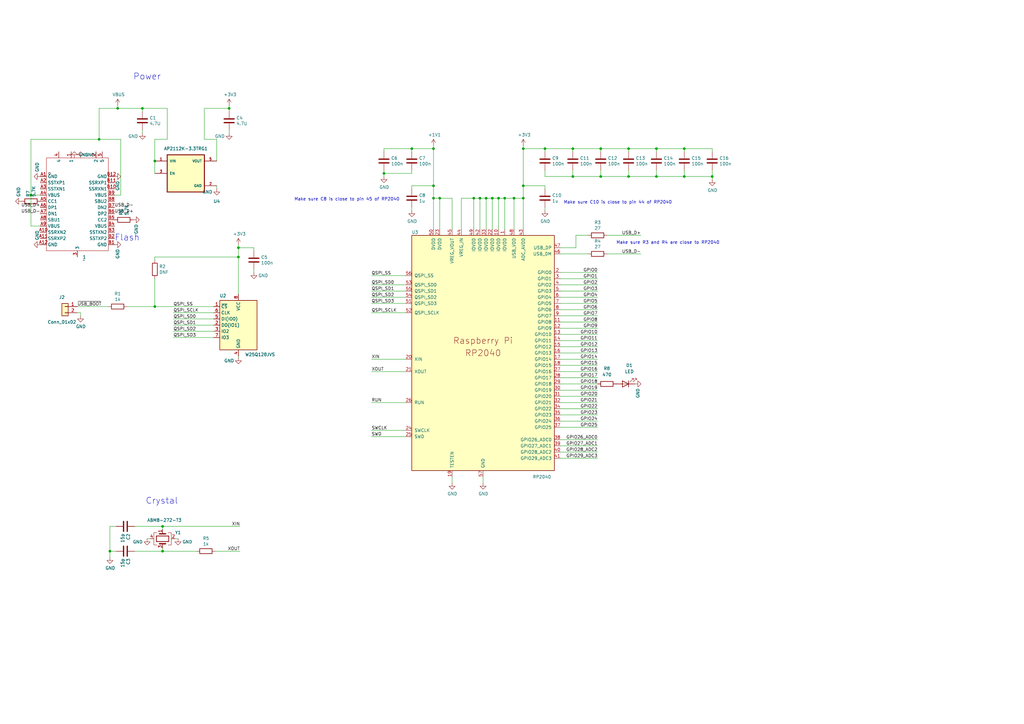
<source format=kicad_sch>
(kicad_sch (version 20250114) (generator "eeschema") (generator_version "9.0")
  (paper "A3")
  (title_block (title "RP2040 Minimal Design Example") (date "2024-01-16") (rev "REV2") (company "Raspberry Pi Ltd"))
  (lib_symbols
    (symbol "AP2112K-3.3TRG1:AP2112K-3.3TRG1" (pin_names (offset 1.016))
      (property "Reference" "U" (at -7.663 8.6476 0))
      (property "Value" "AP2112K-3.3TRG1" (at -7.6489 -11.6507 0))
      (symbol "AP2112K-3.3TRG1_0_0"
        (rectangle (start -7.62 -7.62) (end 7.62 7.62) (stroke (width 0.41)) (fill (type background)))
        (pin power_in line (at -12.7 5.08 0) (length 5.08) (name "VIN") (number "1"))
        (pin input line (at -12.7 0 0) (length 5.08) (name "EN") (number "3"))
        (pin power_in line (at 12.7 5.08 180) (length 5.08) (name "VOUT") (number "5"))
        (pin power_in line (at 12.7 -5.08 180) (length 5.08) (name "GND") (number "2"))
      )
    )
    (symbol "Connector_Generic:Conn_01x02" (pin_names (offset 1.016) (hide yes))
      (property "Reference" "J" (at 0 2.54 0))
      (property "Value" "Conn_01x02" (at 0 -5.08 0))
      (symbol "Conn_01x02_1_1"
        (rectangle (start -1.27 1.27) (end 1.27 -3.81) (stroke (width 0.254)) (fill (type background)))
        (rectangle (start -1.27 0.127) (end 0 -0.127) (stroke (width 0.1524)))
        (rectangle (start -1.27 -2.413) (end 0 -2.667) (stroke (width 0.1524)))
        (pin passive line (at -5.08 0 0) (length 3.81) (name "Pin_1") (number "1"))
        (pin passive line (at -5.08 -2.54 0) (length 3.81) (name "Pin_2") (number "2"))
      )
    )
    (symbol "Device:C" (pin_numbers (hide yes)) (pin_names (offset 0.254))
      (property "Reference" "C" (at 0.635 2.54 0))
      (property "Value" "C" (at 0.635 -2.54 0))
      (symbol "C_0_1"
        (polyline (pts (xy -2.032 0.762) (xy 2.032 0.762)) (stroke (width 0.508)))
        (polyline (pts (xy -2.032 -0.762) (xy 2.032 -0.762)) (stroke (width 0.508)))
      )
      (symbol "C_1_1"
        (pin passive line (at 0 3.81 270) (length 2.794) (name "~") (number "1"))
        (pin passive line (at 0 -3.81 90) (length 2.794) (name "~") (number "2"))
      )
    )
    (symbol "Device:Crystal_GND24" (pin_names (offset 1.016) (hide yes))
      (property "Reference" "Y" (at 3.175 5.08 0))
      (property "Value" "Crystal_GND24" (at 3.175 3.175 0))
      (symbol "Crystal_GND24_0_1"
        (polyline (pts (xy -2.54 2.286) (xy -2.54 3.556) (xy 2.54 3.556) (xy 2.54 2.286)))
        (polyline (pts (xy -2.54 0) (xy -2.032 0)))
        (polyline (pts (xy -2.54 -2.286) (xy -2.54 -3.556) (xy 2.54 -3.556) (xy 2.54 -2.286)))
        (polyline (pts (xy -2.032 -1.27) (xy -2.032 1.27)) (stroke (width 0.508)))
        (rectangle (start -1.143 2.54) (end 1.143 -2.54) (stroke (width 0.3048)))
        (polyline (pts (xy 0 3.556) (xy 0 3.81)))
        (polyline (pts (xy 0 -3.81) (xy 0 -3.556)))
        (polyline (pts (xy 2.032 0) (xy 2.54 0)))
        (polyline (pts (xy 2.032 -1.27) (xy 2.032 1.27)) (stroke (width 0.508)))
      )
      (symbol "Crystal_GND24_1_1"
        (pin passive line (at -3.81 0 0) (length 1.27) (name "1") (number "1"))
        (pin passive line (at 0 5.08 270) (length 1.27) (name "2") (number "2"))
        (pin passive line (at 0 -5.08 90) (length 1.27) (name "4") (number "4"))
        (pin passive line (at 3.81 0 180) (length 1.27) (name "3") (number "3"))
      )
    )
    (symbol "Device:LED" (pin_numbers (hide yes)) (pin_names (offset 1.016) (hide yes))
      (property "Reference" "D" (at 0 2.54 0))
      (property "Value" "LED" (at 0 -2.54 0))
      (symbol "LED_0_1"
        (polyline (pts (xy -3.048 -0.762) (xy -4.572 -2.286) (xy -3.81 -2.286) (xy -4.572 -2.286) (xy -4.572 -1.524)))
        (polyline (pts (xy -1.778 -0.762) (xy -3.302 -2.286) (xy -2.54 -2.286) (xy -3.302 -2.286) (xy -3.302 -1.524)))
        (polyline (pts (xy -1.27 0) (xy 1.27 0)))
        (polyline (pts (xy -1.27 -1.27) (xy -1.27 1.27)) (stroke (width 0.254)))
        (polyline (pts (xy 1.27 -1.27) (xy 1.27 1.27) (xy -1.27 0) (xy 1.27 -1.27)) (stroke (width 0.254)))
      )
      (symbol "LED_1_1"
        (pin passive line (at -3.81 0 0) (length 2.54) (name "K") (number "1"))
        (pin passive line (at 3.81 0 180) (length 2.54) (name "A") (number "2"))
      )
    )
    (symbol "Device:R" (pin_numbers (hide yes)) (pin_names (offset 0))
      (property "Reference" "R" (at 2.032 0 90))
      (property "Value" "R" (at 0 0 90))
      (symbol "R_0_1"
        (rectangle (start -1.016 -2.54) (end 1.016 2.54) (stroke (width 0.254)))
      )
      (symbol "R_1_1"
        (pin passive line (at 0 3.81 270) (length 1.27) (name "~") (number "1"))
        (pin passive line (at 0 -3.81 90) (length 1.27) (name "~") (number "2"))
      )
    )
    (symbol "MCU_RaspberryPi_RP2040:RP2040" (pin_names (offset 1.016))
      (property "Reference" "U" (at -29.21 49.53 0))
      (property "Value" "RP2040" (at 24.13 -49.53 0))
      (symbol "RP2040_0_0"
        (text "Raspberry Pi" (at 0 5.08 0) (effects (font (size 2.54 2.54))))
        (text "RP2040" (at 0 0 0) (effects (font (size 2.54 2.54))))
      )
      (symbol "RP2040_0_1"
        (rectangle (start 29.21 48.26) (end -29.21 -48.26) (stroke (width 0.254)) (fill (type background)))
      )
      (symbol "RP2040_1_1"
        (pin bidirectional line (at -31.75 31.75 0) (length 2.54) (name "QSPI_SS") (number "56"))
        (pin bidirectional line (at -31.75 27.94 0) (length 2.54) (name "QSPI_SD0") (number "53"))
        (pin bidirectional line (at -31.75 25.4 0) (length 2.54) (name "QSPI_SD1") (number "55"))
        (pin bidirectional line (at -31.75 22.86 0) (length 2.54) (name "QSPI_SD2") (number "54"))
        (pin bidirectional line (at -31.75 20.32 0) (length 2.54) (name "QSPI_SD3") (number "51"))
        (pin output line (at -31.75 16.51 0) (length 2.54) (name "QSPI_SCLK") (number "52"))
        (pin input line (at -31.75 -2.54 0) (length 2.54) (name "XIN") (number "20"))
        (pin passive line (at -31.75 -7.62 0) (length 2.54) (name "XOUT") (number "21"))
        (pin input line (at -31.75 -20.32 0) (length 2.54) (name "RUN") (number "26"))
        (pin output line (at -31.75 -31.75 0) (length 2.54) (name "SWCLK") (number "24"))
        (pin bidirectional line (at -31.75 -34.29 0) (length 2.54) (name "SWD") (number "25"))
        (pin power_in line (at -20.32 50.8 270) (length 2.54) (name "DVDD") (number "50"))
        (pin power_in line (at -17.78 50.8 270) (length 2.54) (name "DVDD") (number "23"))
        (pin power_out line (at -12.7 50.8 270) (length 2.54) (name "VREG_VOUT") (number "45"))
        (pin passive line (at -12.7 -50.8 90) (length 2.54) (name "TESTEN") (number "19"))
        (pin power_in line (at -8.89 50.8 270) (length 2.54) (name "VREG_IN") (number "44"))
        (pin power_in line (at -3.81 50.8 270) (length 2.54) (name "IOVDD") (number "49"))
        (pin power_in line (at -1.27 50.8 270) (length 2.54) (name "IOVDD") (number "42"))
        (pin power_in line (at 0 -50.8 90) (length 2.54) (name "GND") (number "57"))
        (pin power_in line (at 1.27 50.8 270) (length 2.54) (name "IOVDD") (number "33"))
        (pin power_in line (at 3.81 50.8 270) (length 2.54) (name "IOVDD") (number "22"))
        (pin power_in line (at 6.35 50.8 270) (length 2.54) (name "IOVDD") (number "10"))
        (pin power_in line (at 8.89 50.8 270) (length 2.54) (name "IOVDD") (number "1"))
        (pin power_in line (at 12.7 50.8 270) (length 2.54) (name "USB_VDD") (number "48"))
        (pin power_in line (at 16.51 50.8 270) (length 2.54) (name "ADC_AVDD") (number "43"))
        (pin bidirectional line (at 31.75 43.18 180) (length 2.54) (name "USB_DP") (number "47"))
        (pin bidirectional line (at 31.75 40.64 180) (length 2.54) (name "USB_DM") (number "46"))
        (pin bidirectional line (at 31.75 33.02 180) (length 2.54) (name "GPIO0") (number "2"))
        (pin bidirectional line (at 31.75 30.48 180) (length 2.54) (name "GPIO1") (number "3"))
        (pin bidirectional line (at 31.75 27.94 180) (length 2.54) (name "GPIO2") (number "4"))
        (pin bidirectional line (at 31.75 25.4 180) (length 2.54) (name "GPIO3") (number "5"))
        (pin bidirectional line (at 31.75 22.86 180) (length 2.54) (name "GPIO4") (number "6"))
        (pin bidirectional line (at 31.75 20.32 180) (length 2.54) (name "GPIO5") (number "7"))
        (pin bidirectional line (at 31.75 17.78 180) (length 2.54) (name "GPIO6") (number "8"))
        (pin bidirectional line (at 31.75 15.24 180) (length 2.54) (name "GPIO7") (number "9"))
        (pin bidirectional line (at 31.75 12.7 180) (length 2.54) (name "GPIO8") (number "11"))
        (pin bidirectional line (at 31.75 10.16 180) (length 2.54) (name "GPIO9") (number "12"))
        (pin bidirectional line (at 31.75 7.62 180) (length 2.54) (name "GPIO10") (number "13"))
        (pin bidirectional line (at 31.75 5.08 180) (length 2.54) (name "GPIO11") (number "14"))
        (pin bidirectional line (at 31.75 2.54 180) (length 2.54) (name "GPIO12") (number "15"))
        (pin bidirectional line (at 31.75 0 180) (length 2.54) (name "GPIO13") (number "16"))
        (pin bidirectional line (at 31.75 -2.54 180) (length 2.54) (name "GPIO14") (number "17"))
        (pin bidirectional line (at 31.75 -5.08 180) (length 2.54) (name "GPIO15") (number "18"))
        (pin bidirectional line (at 31.75 -7.62 180) (length 2.54) (name "GPIO16") (number "27"))
        (pin bidirectional line (at 31.75 -10.16 180) (length 2.54) (name "GPIO17") (number "28"))
        (pin bidirectional line (at 31.75 -12.7 180) (length 2.54) (name "GPIO18") (number "29"))
        (pin bidirectional line (at 31.75 -15.24 180) (length 2.54) (name "GPIO19") (number "30"))
        (pin bidirectional line (at 31.75 -17.78 180) (length 2.54) (name "GPIO20") (number "31"))
        (pin bidirectional line (at 31.75 -20.32 180) (length 2.54) (name "GPIO21") (number "32"))
        (pin bidirectional line (at 31.75 -22.86 180) (length 2.54) (name "GPIO22") (number "34"))
        (pin bidirectional line (at 31.75 -25.4 180) (length 2.54) (name "GPIO23") (number "35"))
        (pin bidirectional line (at 31.75 -27.94 180) (length 2.54) (name "GPIO24") (number "36"))
        (pin bidirectional line (at 31.75 -30.48 180) (length 2.54) (name "GPIO25") (number "37"))
        (pin bidirectional line (at 31.75 -35.56 180) (length 2.54) (name "GPIO26_ADC0") (number "38"))
        (pin bidirectional line (at 31.75 -38.1 180) (length 2.54) (name "GPIO27_ADC1") (number "39"))
        (pin bidirectional line (at 31.75 -40.64 180) (length 2.54) (name "GPIO28_ADC2") (number "40"))
        (pin bidirectional line (at 31.75 -43.18 180) (length 2.54) (name "GPIO29_ADC3") (number "41"))
      )
    )
    (symbol "Memory_Flash:W25Q128JVS"
      (property "Reference" "U" (at -8.89 8.89 0))
      (property "Value" "W25Q128JVS" (at 7.62 8.89 0))
      (symbol "W25Q128JVS_0_1"
        (rectangle (start -7.62 10.16) (end 7.62 -10.16) (stroke (width 0.254)) (fill (type background)))
      )
      (symbol "W25Q128JVS_1_1"
        (pin input line (at -10.16 7.62 0) (length 2.54) (name "~{CS}") (number "1"))
        (pin input line (at -10.16 5.08 0) (length 2.54) (name "CLK") (number "6"))
        (pin bidirectional line (at -10.16 2.54 0) (length 2.54) (name "DI(IO0)") (number "5"))
        (pin bidirectional line (at -10.16 0 0) (length 2.54) (name "DO(IO1)") (number "2"))
        (pin bidirectional line (at -10.16 -2.54 0) (length 2.54) (name "IO2") (number "3"))
        (pin bidirectional line (at -10.16 -5.08 0) (length 2.54) (name "IO3") (number "7"))
        (pin power_in line (at 0 12.7 270) (length 2.54) (name "VCC") (number "8"))
        (pin power_in line (at 0 -12.7 90) (length 2.54) (name "GND") (number "4"))
      )
    )
    (symbol "VertUSBC:root_0_TYPE-C-31-G-09_"
      (symbol "root_0_TYPE-C-31-G-09__1_0"
        (rectangle (start -15.24 17.78) (end 10.16 -20.32) (stroke (width 0) (color 160 0 0 1)))
        (circle (center -13.97 11.43) (radius 0.381) (stroke (width 0) (color 0 0 0 1)))
        (pin passive line (at -17.78 10.16 0) (length 2.54) (name "GND") (number "A1"))
        (pin passive line (at -17.78 7.62 0) (length 2.54) (name "SSTXP1") (number "A2"))
        (pin passive line (at -17.78 5.08 0) (length 2.54) (name "SSTXN1") (number "A3"))
        (pin passive line (at -17.78 2.54 0) (length 2.54) (name "VBUS") (number "A4"))
        (pin passive line (at -17.78 0 0) (length 2.54) (name "CC1") (number "A5"))
        (pin passive line (at -17.78 -2.54 0) (length 2.54) (name "DP1") (number "A6"))
        (pin passive line (at -17.78 -5.08 0) (length 2.54) (name "DN1") (number "A7"))
        (pin passive line (at -17.78 -7.62 0) (length 2.54) (name "SBU1") (number "A8"))
        (pin passive line (at -17.78 -10.16 0) (length 2.54) (name "VBUS") (number "A9"))
        (pin passive line (at -17.78 -12.7 0) (length 2.54) (name "SSRXN2") (number "A10"))
        (pin passive line (at -17.78 -15.24 0) (length 2.54) (name "SSRXP2") (number "A11"))
        (pin passive line (at -17.78 -17.78 0) (length 2.54) (name "GND") (number "A12"))
        (pin passive line (at -10.16 20.32 270) (length 2.54) (name "4") (number "4"))
        (pin passive line (at -5.08 20.32 270) (length 2.54) (name "1") (number "1"))
        (pin passive line (at -2.54 -22.86 90) (length 2.54) (name "3") (number "3"))
        (pin passive line (at 5.08 20.32 270) (length 2.54) (name "2") (number "2"))
        (pin passive line (at 7.62 20.32 270) (length 2.54) (name "5") (number "5"))
        (pin passive line (at 12.7 10.16 180) (length 2.54) (name "GND") (number "B12"))
        (pin passive line (at 12.7 7.62 180) (length 2.54) (name "SSRXP1") (number "B11"))
        (pin passive line (at 12.7 5.08 180) (length 2.54) (name "SSRXN1") (number "B10"))
        (pin passive line (at 12.7 2.54 180) (length 2.54) (name "VBUS") (number "B9"))
        (pin passive line (at 12.7 0 180) (length 2.54) (name "SBU2") (number "B8"))
        (pin passive line (at 12.7 -2.54 180) (length 2.54) (name "DN2") (number "B7"))
        (pin passive line (at 12.7 -5.08 180) (length 2.54) (name "DP2") (number "B6"))
        (pin passive line (at 12.7 -7.62 180) (length 2.54) (name "CC2") (number "B5"))
        (pin passive line (at 12.7 -10.16 180) (length 2.54) (name "VBUS") (number "B4"))
        (pin passive line (at 12.7 -12.7 180) (length 2.54) (name "SSTXN2") (number "B3"))
        (pin passive line (at 12.7 -15.24 180) (length 2.54) (name "SSTXP2") (number "B2"))
        (pin passive line (at 12.7 -17.78 180) (length 2.54) (name "GND") (number "B1"))
      )
    )
    (symbol "power:+1V1" (power) (pin_names (offset 0))
      (property "Value" "+1V1" (at 0 3.556 0))
      (symbol "+1V1_0_1"
        (polyline (pts (xy -0.762 1.27) (xy 0 2.54)))
        (polyline (pts (xy 0 2.54) (xy 0.762 1.27)))
        (polyline (pts (xy 0 0) (xy 0 2.54)))
      )
      (symbol "+1V1_1_1"
        (pin power_in line (at 0 0 90) (length 0) (hide yes) (name "+1V1") (number "1"))
      )
    )
    (symbol "power:+3V3" (power) (pin_names (offset 0))
      (property "Value" "+3V3" (at 0 3.556 0))
      (symbol "+3V3_0_1"
        (polyline (pts (xy -0.762 1.27) (xy 0 2.54)))
        (polyline (pts (xy 0 2.54) (xy 0.762 1.27)))
        (polyline (pts (xy 0 0) (xy 0 2.54)))
      )
      (symbol "+3V3_1_1"
        (pin power_in line (at 0 0 90) (length 0) (hide yes) (name "+3V3") (number "1"))
      )
    )
    (symbol "power:GND" (power) (pin_names (offset 0))
      (property "Value" "GND" (at 0 -3.81 0))
      (symbol "GND_0_1"
        (polyline (pts (xy 0 0) (xy 0 -1.27) (xy 1.27 -1.27) (xy 0 -2.54) (xy -1.27 -1.27) (xy 0 -1.27)))
      )
      (symbol "GND_1_1"
        (pin power_in line (at 0 0 270) (length 0) (hide yes) (name "GND") (number "1"))
      )
    )
    (symbol "power:VBUS" (power) (pin_names (offset 0))
      (property "Value" "VBUS" (at 0 3.81 0))
      (symbol "VBUS_0_1"
        (polyline (pts (xy -0.762 1.27) (xy 0 2.54)))
        (polyline (pts (xy 0 2.54) (xy 0.762 1.27)))
        (polyline (pts (xy 0 0) (xy 0 2.54)))
      )
      (symbol "VBUS_1_1"
        (pin power_in line (at 0 0 90) (length 0) (hide yes) (name "VBUS") (number "1"))
      )
    )
  )
  (text "Power" (at 54.61 33.02 0) (effects (font (size 2.54 2.54)) (justify left bottom)))
  (text "Crystal" (at 59.69 207.01 0) (effects (font (size 2.54 2.54)) (justify left bottom)))
  (text "Make sure C8 is close to pin 45 of RP2040" (at 120.65 82.55 0) (effects (font (size 1.27 1.27)) (justify left bottom)))
  (text "Make sure C10 is close to pin 44 of RP2040" (at 231.14 83.82 0) (effects (font (size 1.27 1.27)) (justify left bottom)))
  (text "Make sure R3 and R4 are close to RP2040" (at 252.73 100.33 0) (effects (font (size 1.27 1.27)) (justify left bottom)))
  (text "Flash" (at 46.99 99.06 0) (effects (font (size 2.54 2.54)) (justify left bottom)))
  (junction (at 201.93 81.28))
  (junction (at 199.39 81.28))
  (junction (at 97.79 105.41))
  (junction (at 63.5 66.04))
  (junction (at 177.8 76.2))
  (junction (at 214.63 76.2))
  (junction (at 168.91 60.96))
  (junction (at 12.7 80.01))
  (junction (at 45.085 226.06))
  (junction (at 223.52 60.96))
  (junction (at 246.38 72.39))
  (junction (at 257.81 60.96))
  (junction (at 66.675 215.9))
  (junction (at 246.38 60.96))
  (junction (at 177.8 81.28))
  (junction (at 180.34 81.28))
  (junction (at 204.47 81.28))
  (junction (at 157.48 71.12))
  (junction (at 93.98 44.45))
  (junction (at 280.67 60.96))
  (junction (at 292.1 72.39))
  (junction (at 66.675 226.06))
  (junction (at 48.26 44.45))
  (junction (at 257.81 72.39))
  (junction (at 97.79 101.6))
  (junction (at 177.8 60.96))
  (junction (at 234.95 72.39))
  (junction (at 269.24 72.39))
  (junction (at 58.42 44.45))
  (junction (at 207.01 81.28))
  (junction (at 214.63 81.28))
  (junction (at 63.5 125.73))
  (junction (at 196.85 81.28))
  (junction (at 214.63 60.96))
  (junction (at 40.64 57.15))
  (junction (at 194.31 81.28))
  (junction (at 269.24 60.96))
  (junction (at 280.67 72.39))
  (junction (at 210.82 81.28))
  (junction (at 234.95 60.96))
  (wire (pts (xy 177.8 81.28) (xy 177.8 93.98)))
  (wire (pts (xy 229.87 137.16) (xy 245.11 137.16)))
  (wire (pts (xy 157.48 71.12) (xy 168.91 71.12)))
  (wire (pts (xy 236.22 96.52) (xy 236.22 101.6)))
  (wire (pts (xy 48.26 44.45) (xy 58.42 44.45)))
  (wire (pts (xy 246.38 60.96) (xy 257.81 60.96)))
  (wire (pts (xy 207.01 81.28) (xy 210.82 81.28)))
  (wire (pts (xy 87.63 138.43) (xy 71.12 138.43)))
  (wire (pts (xy 246.38 62.23) (xy 246.38 60.96)))
  (wire (pts (xy 177.8 59.69) (xy 177.8 60.96)))
  (wire (pts (xy 229.87 149.86) (xy 245.11 149.86)))
  (wire (pts (xy 97.79 101.6) (xy 97.79 105.41)))
  (wire (pts (xy 58.42 53.34) (xy 58.42 54.61)))
  (wire (pts (xy 229.87 175.26) (xy 245.11 175.26)))
  (wire (pts (xy 194.31 81.28) (xy 196.85 81.28)))
  (wire (pts (xy 229.87 170.18) (xy 245.11 170.18)))
  (wire (pts (xy 48.26 43.18) (xy 48.26 44.45)))
  (wire (pts (xy 229.87 104.14) (xy 241.3 104.14)))
  (wire (pts (xy 49.53 57.15) (xy 49.53 80.01)))
  (wire (pts (xy 229.87 111.76) (xy 245.11 111.76)))
  (wire (pts (xy 71.12 128.27) (xy 87.63 128.27)))
  (wire (pts (xy 83.82 57.15) (xy 88.9 57.15)))
  (wire (pts (xy 97.79 100.33) (xy 97.79 101.6)))
  (wire (pts (xy 248.92 96.52) (xy 262.89 96.52)))
  (wire (pts (xy 185.42 93.98) (xy 185.42 81.28)))
  (wire (pts (xy 246.38 69.85) (xy 246.38 72.39)))
  (wire (pts (xy 229.87 116.84) (xy 245.11 116.84)))
  (wire (pts (xy 58.42 45.72) (xy 58.42 44.45)))
  (wire (pts (xy 177.8 76.2) (xy 177.8 81.28)))
  (wire (pts (xy 60.325 220.98) (xy 61.595 220.98)))
  (wire (pts (xy 189.23 81.28) (xy 194.31 81.28)))
  (wire (pts (xy 157.48 60.96) (xy 168.91 60.96)))
  (wire (pts (xy 229.87 185.42) (xy 245.11 185.42)))
  (wire (pts (xy 63.5 114.3) (xy 63.5 125.73)))
  (wire (pts (xy 40.64 44.45) (xy 40.64 57.15)))
  (wire (pts (xy 157.48 69.85) (xy 157.48 71.12)))
  (wire (pts (xy 71.755 220.98) (xy 73.025 220.98)))
  (wire (pts (xy 152.4 124.46) (xy 166.37 124.46)))
  (wire (pts (xy 55.245 215.9) (xy 66.675 215.9)))
  (wire (pts (xy 12.7 80.01) (xy 12.7 92.71)))
  (wire (pts (xy 68.58 57.15) (xy 63.5 57.15)))
  (wire (pts (xy 93.98 45.72) (xy 93.98 44.45)))
  (wire (pts (xy 214.63 81.28) (xy 214.63 93.98)))
  (wire (pts (xy 168.91 60.96) (xy 177.8 60.96)))
  (wire (pts (xy 44.45 125.73) (xy 31.75 125.73)))
  (wire (pts (xy 214.63 76.2) (xy 223.52 76.2)))
  (wire (pts (xy 97.79 146.685) (xy 97.79 146.05)))
  (wire (pts (xy 199.39 93.98) (xy 199.39 81.28)))
  (wire (pts (xy 177.8 60.96) (xy 177.8 76.2)))
  (wire (pts (xy 210.82 81.28) (xy 214.63 81.28)))
  (wire (pts (xy 152.4 119.38) (xy 166.37 119.38)))
  (wire (pts (xy 166.37 165.1) (xy 152.4 165.1)))
  (wire (pts (xy 269.24 62.23) (xy 269.24 60.96)))
  (wire (pts (xy 196.85 81.28) (xy 199.39 81.28)))
  (wire (pts (xy 87.63 133.35) (xy 71.12 133.35)))
  (wire (pts (xy 12.7 92.71) (xy 16.51 92.71)))
  (wire (pts (xy 223.52 62.23) (xy 223.52 60.96)))
  (wire (pts (xy 214.63 60.96) (xy 223.52 60.96)))
  (wire (pts (xy 104.14 101.6) (xy 97.79 101.6)))
  (wire (pts (xy 207.01 81.28) (xy 207.01 93.98)))
  (wire (pts (xy 196.85 93.98) (xy 196.85 81.28)))
  (wire (pts (xy 66.675 224.79) (xy 66.675 226.06)))
  (wire (pts (xy 45.085 226.06) (xy 45.085 228.6)))
  (wire (pts (xy 229.87 101.6) (xy 236.22 101.6)))
  (wire (pts (xy 214.63 60.96) (xy 214.63 76.2)))
  (wire (pts (xy 88.9 76.2) (xy 88.9 77.47)))
  (wire (pts (xy 166.37 152.4) (xy 152.4 152.4)))
  (wire (pts (xy 166.37 113.03) (xy 152.4 113.03)))
  (wire (pts (xy 269.24 60.96) (xy 280.67 60.96)))
  (wire (pts (xy 292.1 69.85) (xy 292.1 72.39)))
  (wire (pts (xy 40.64 57.15) (xy 12.7 57.15)))
  (wire (pts (xy 88.265 226.06) (xy 98.425 226.06)))
  (wire (pts (xy 83.82 44.45) (xy 93.98 44.45)))
  (wire (pts (xy 229.87 147.32) (xy 245.11 147.32)))
  (wire (pts (xy 229.87 127) (xy 245.11 127)))
  (wire (pts (xy 168.91 71.12) (xy 168.91 69.85)))
  (wire (pts (xy 234.95 62.23) (xy 234.95 60.96)))
  (wire (pts (xy 234.95 72.39) (xy 223.52 72.39)))
  (wire (pts (xy 229.87 180.34) (xy 245.11 180.34)))
  (wire (pts (xy 214.63 76.2) (xy 214.63 81.28)))
  (wire (pts (xy 214.63 59.69) (xy 214.63 60.96)))
  (wire (pts (xy 229.87 129.54) (xy 245.11 129.54)))
  (wire (pts (xy 168.91 77.47) (xy 168.91 76.2)))
  (wire (pts (xy 87.63 135.89) (xy 71.12 135.89)))
  (wire (pts (xy 31.75 128.27) (xy 33.02 128.27)))
  (wire (pts (xy 234.95 60.96) (xy 246.38 60.96)))
  (wire (pts (xy 52.07 125.73) (xy 63.5 125.73)))
  (wire (pts (xy 229.87 187.96) (xy 245.11 187.96)))
  (wire (pts (xy 63.5 66.04) (xy 63.5 71.12)))
  (wire (pts (xy 234.95 69.85) (xy 234.95 72.39)))
  (wire (pts (xy 180.34 93.98) (xy 180.34 81.28)))
  (wire (pts (xy 12.7 80.01) (xy 16.51 80.01)))
  (wire (pts (xy 280.67 72.39) (xy 292.1 72.39)))
  (wire (pts (xy 68.58 44.45) (xy 58.42 44.45)))
  (wire (pts (xy 269.24 69.85) (xy 269.24 72.39)))
  (wire (pts (xy 223.52 60.96) (xy 234.95 60.96)))
  (wire (pts (xy 223.52 85.09) (xy 223.52 86.36)))
  (wire (pts (xy 229.87 132.08) (xy 245.11 132.08)))
  (wire (pts (xy 204.47 93.98) (xy 204.47 81.28)))
  (wire (pts (xy 55.245 226.06) (xy 66.675 226.06)))
  (wire (pts (xy 47.625 226.06) (xy 45.085 226.06)))
  (wire (pts (xy 66.675 226.06) (xy 80.645 226.06)))
  (wire (pts (xy 63.5 57.15) (xy 63.5 66.04)))
  (wire (pts (xy 229.87 119.38) (xy 245.11 119.38)))
  (wire (pts (xy 292.1 62.23) (xy 292.1 60.96)))
  (wire (pts (xy 166.37 179.07) (xy 152.4 179.07)))
  (wire (pts (xy 199.39 81.28) (xy 201.93 81.28)))
  (wire (pts (xy 292.1 72.39) (xy 292.1 73.66)))
  (wire (pts (xy 229.87 157.48) (xy 245.11 157.48)))
  (wire (pts (xy 166.37 128.27) (xy 152.4 128.27)))
  (wire (pts (xy 198.12 195.58) (xy 198.12 198.12)))
  (wire (pts (xy 12.7 57.15) (xy 12.7 80.01)))
  (wire (pts (xy 168.91 76.2) (xy 177.8 76.2)))
  (wire (pts (xy 229.87 154.94) (xy 245.11 154.94)))
  (wire (pts (xy 87.63 130.81) (xy 71.12 130.81)))
  (wire (pts (xy 246.38 72.39) (xy 234.95 72.39)))
  (wire (pts (xy 223.52 69.85) (xy 223.52 72.39)))
  (wire (pts (xy 185.42 195.58) (xy 185.42 198.12)))
  (wire (pts (xy 229.87 160.02) (xy 245.11 160.02)))
  (wire (pts (xy 40.64 57.15) (xy 49.53 57.15)))
  (wire (pts (xy 47.625 215.9) (xy 45.085 215.9)))
  (wire (pts (xy 229.87 139.7) (xy 245.11 139.7)))
  (wire (pts (xy 229.87 165.1) (xy 245.11 165.1)))
  (wire (pts (xy 180.34 81.28) (xy 177.8 81.28)))
  (wire (pts (xy 248.92 104.14) (xy 262.89 104.14)))
  (wire (pts (xy 229.87 144.78) (xy 245.11 144.78)))
  (wire (pts (xy 280.67 72.39) (xy 269.24 72.39)))
  (wire (pts (xy 45.085 215.9) (xy 45.085 226.06)))
  (wire (pts (xy 66.675 217.17) (xy 66.675 215.9)))
  (wire (pts (xy 152.4 116.84) (xy 166.37 116.84)))
  (wire (pts (xy 201.93 81.28) (xy 204.47 81.28)))
  (wire (pts (xy 229.87 134.62) (xy 245.11 134.62)))
  (wire (pts (xy 229.87 152.4) (xy 245.11 152.4)))
  (wire (pts (xy 157.48 62.23) (xy 157.48 60.96)))
  (wire (pts (xy 236.22 96.52) (xy 241.3 96.52)))
  (wire (pts (xy 104.14 110.49) (xy 104.14 111.76)))
  (wire (pts (xy 157.48 71.12) (xy 157.48 72.39)))
  (wire (pts (xy 280.67 69.85) (xy 280.67 72.39)))
  (wire (pts (xy 152.4 147.32) (xy 166.37 147.32)))
  (wire (pts (xy 229.87 142.24) (xy 245.11 142.24)))
  (wire (pts (xy 257.81 60.96) (xy 269.24 60.96)))
  (wire (pts (xy 223.52 77.47) (xy 223.52 76.2)))
  (wire (pts (xy 152.4 121.92) (xy 166.37 121.92)))
  (wire (pts (xy 68.58 44.45) (xy 68.58 57.15)))
  (wire (pts (xy 229.87 124.46) (xy 245.11 124.46)))
  (wire (pts (xy 229.87 167.64) (xy 245.11 167.64)))
  (wire (pts (xy 229.87 114.3) (xy 245.11 114.3)))
  (wire (pts (xy 257.81 72.39) (xy 246.38 72.39)))
  (wire (pts (xy 104.14 102.87) (xy 104.14 101.6)))
  (wire (pts (xy 269.24 72.39) (xy 257.81 72.39)))
  (wire (pts (xy 88.9 57.15) (xy 88.9 66.04)))
  (wire (pts (xy 204.47 81.28) (xy 207.01 81.28)))
  (wire (pts (xy 63.5 125.73) (xy 87.63 125.73)))
  (wire (pts (xy 194.31 93.98) (xy 194.31 81.28)))
  (wire (pts (xy 40.64 44.45) (xy 48.26 44.45)))
  (wire (pts (xy 83.82 44.45) (xy 83.82 57.15)))
  (wire (pts (xy 201.93 93.98) (xy 201.93 81.28)))
  (wire (pts (xy 168.91 62.23) (xy 168.91 60.96)))
  (wire (pts (xy 185.42 81.28) (xy 180.34 81.28)))
  (wire (pts (xy 280.67 60.96) (xy 292.1 60.96)))
  (wire (pts (xy 280.67 62.23) (xy 280.67 60.96)))
  (wire (pts (xy 257.81 69.85) (xy 257.81 72.39)))
  (wire (pts (xy 229.87 162.56) (xy 245.11 162.56)))
  (wire (pts (xy 229.87 172.72) (xy 245.11 172.72)))
  (wire (pts (xy 210.82 93.98) (xy 210.82 81.28)))
  (wire (pts (xy 49.53 80.01) (xy 46.99 80.01)))
  (wire (pts (xy 257.81 62.23) (xy 257.81 60.96)))
  (wire (pts (xy 166.37 176.53) (xy 152.4 176.53)))
  (wire (pts (xy 189.23 93.98) (xy 189.23 81.28)))
  (wire (pts (xy 168.91 85.09) (xy 168.91 86.36)))
  (wire (pts (xy 93.98 53.34) (xy 93.98 54.61)))
  (wire (pts (xy 63.5 106.68) (xy 63.5 105.41)))
  (wire (pts (xy 63.5 105.41) (xy 97.79 105.41)))
  (wire (pts (xy 93.98 44.45) (xy 93.98 43.18)))
  (wire (pts (xy 229.87 182.88) (xy 245.11 182.88)))
  (wire (pts (xy 229.87 121.92) (xy 245.11 121.92)))
  (wire (pts (xy 33.02 128.27) (xy 33.02 129.54)))
  (wire (pts (xy 97.79 105.41) (xy 97.79 120.65)))
  (wire (pts (xy 66.675 215.9) (xy 98.425 215.9)))
  (label "XOUT" (at 98.425 226.06 180))
  (label "USB_D-" (at 46.99 85.09 0))
  (label "QSPI_SS" (at 71.12 125.73 0))
  (label "QSPI_SD3" (at 71.12 138.43 0))
  (label "QSPI_SD2" (at 152.4 121.92 0))
  (label "USB_D-" (at 262.89 104.14 180))
  (label "GPIO4" (at 245.11 121.92 180))
  (label "USB_D+" (at 46.99 87.63 0))
  (label "RUN" (at 152.4 165.1 0))
  (label "XOUT" (at 152.4 152.4 0))
  (label "GPIO29_ADC3" (at 245.11 187.96 180))
  (label "QSPI_SD1" (at 152.4 119.38 0))
  (label "GPIO13" (at 245.11 144.78 180))
  (label "USB_D+" (at 16.51 85.09 180))
  (label "GPIO6" (at 245.11 127 180))
  (label "USB_D+" (at 262.89 96.52 180))
  (label "SWD" (at 152.4 179.07 0))
  (label "GPIO20" (at 245.11 162.56 180))
  (label "QSPI_SD1" (at 71.12 133.35 0))
  (label "QSPI_SD3" (at 152.4 124.46 0))
  (label "GPIO18" (at 245.11 157.48 180))
  (label "GPIO25" (at 245.11 175.26 180))
  (label "GPIO0" (at 245.11 111.76 180))
  (label "USB_D-" (at 16.51 87.63 180))
  (label "GPIO21" (at 245.11 165.1 180))
  (label "GPIO11" (at 245.11 139.7 180))
  (label "GPIO27_ADC1" (at 245.11 182.88 180))
  (label "GPIO1" (at 245.11 114.3 180))
  (label "XIN" (at 98.425 215.9 180))
  (label "GPIO14" (at 245.11 147.32 180))
  (label "GPIO3" (at 245.11 119.38 180))
  (label "GPIO10" (at 245.11 137.16 180))
  (label "GPIO23" (at 245.11 170.18 180))
  (label "SWCLK" (at 152.4 176.53 0))
  (label "QSPI_SCLK" (at 152.4 128.27 0))
  (label "QSPI_SD0" (at 152.4 116.84 0))
  (label "GPIO17" (at 245.11 154.94 180))
  (label "GPIO2" (at 245.11 116.84 180))
  (label "GPIO9" (at 245.11 134.62 180))
  (label "GPIO15" (at 245.11 149.86 180))
  (label "GPIO12" (at 245.11 142.24 180))
  (label "GPIO24" (at 245.11 172.72 180))
  (label "GPIO5" (at 245.11 124.46 180))
  (label "GPIO22" (at 245.11 167.64 180))
  (label "GPIO19" (at 245.11 160.02 180))
  (label "QSPI_SS" (at 152.4 113.03 0))
  (label "QSPI_SD2" (at 71.12 135.89 0))
  (label "QSPI_SD0" (at 71.12 130.81 0))
  (label "QSPI_SCLK" (at 71.12 128.27 0))
  (label "~{USB_BOOT}" (at 31.75 125.73 0))
  (label "GPIO26_ADC0" (at 245.11 180.34 180))
  (label "GPIO28_ADC2" (at 245.11 185.42 180))
  (label "GPIO16" (at 245.11 152.4 180))
  (label "GPIO8" (at 245.11 132.08 180))
  (label "XIN" (at 152.4 147.32 0))
  (label "GPIO7" (at 245.11 129.54 180))
  (symbol (lib_id "MCU_RaspberryPi_RP2040:RP2040") (at 198.12 144.78 0) (unit 1)
    (property "Reference" "U3" (at 170.18 95.25 0))
    (property "Value" "RP2040" (at 222.25 195.58 0))
    (property "Footprint" "RP2040_minimal:RP2040-QFN-56" (effects (hide yes)))
  )
  (symbol (lib_id "Memory_Flash:W25Q128JVS") (at 97.79 133.35 0) (unit 1)
    (property "Reference" "U2" (at 91.44 121.285 0))
    (property "Value" "W25Q128JVS" (at 106.68 145.415 0))
    (property "Footprint" "Package_SON:Winbond_USON-8-1EP_3x2mm_P0.5mm_EP0.2x1.6mm" (effects (hide yes)))
    (property "Datasheet" "http://www.winbond.com/resource-files/w25q128jv_dtr%20revc%2003272018%20plus.pdf" (effects (hide yes)))
  )
  (symbol (lib_id "power:+3V3") (at 97.79 100.33 0) (unit 1)
    (property "Reference" "#PWR07" (effects (hide yes)))
    (property "Value" "+3V3" (at 98.171 95.9358 0))
  )
  (symbol (lib_id "power:GND") (at 97.79 146.685 0) (unit 1)
    (property "Reference" "#PWR08" (effects (hide yes)))
    (property "Value" "GND" (at 93.98 147.955 0))
  )
  (symbol (lib_id "Device:R") (at 63.5 110.49 0) (unit 1)
    (property "Reference" "R2" (at 65.278 109.3216 0) (effects (justify left)))
    (property "Value" "DNF" (at 65.278 111.633 0) (effects (justify left)))
    (property "Footprint" "Resistor_SMD:R_0402_1005Metric" (effects (hide yes)))
  )
  (symbol (lib_id "Device:R") (at 48.26 125.73 270) (unit 1)
    (property "Reference" "R1" (at 48.26 120.4722 90))
    (property "Value" "1k" (at 48.26 122.7836 90))
    (property "Footprint" "Resistor_SMD:R_0402_1005Metric" (effects (hide yes)))
  )
  (symbol (lib_id "Device:C") (at 104.14 106.68 0) (unit 1)
    (property "Reference" "C5" (at 107.061 105.5116 0) (effects (justify left)))
    (property "Value" "100n" (at 107.061 107.823 0) (effects (justify left)))
    (property "Footprint" "Capacitor_SMD:C_0402_1005Metric" (effects (hide yes)))
  )
  (symbol (lib_id "power:GND") (at 104.14 111.76 0) (unit 1)
    (property "Reference" "#PWR011" (effects (hide yes)))
    (property "Value" "GND" (at 107.95 113.03 0))
  )
  (symbol (lib_id "power:GND") (at 198.12 198.12 0) (unit 1)
    (property "Reference" "#PWR016" (effects (hide yes)))
    (property "Value" "GND" (at 198.247 202.5142 0))
  )
  (symbol (lib_id "power:GND") (at 185.42 198.12 0) (unit 1)
    (property "Reference" "#PWR015" (effects (hide yes)))
    (property "Value" "GND" (at 185.547 202.5142 0))
  )
  (symbol (lib_id "Device:R") (at 245.11 96.52 270) (unit 1)
    (property "Reference" "R3" (at 245.11 91.2622 90))
    (property "Value" "27" (at 245.11 93.5736 90))
    (property "Footprint" "Resistor_SMD:R_0402_1005Metric" (effects (hide yes)))
  )
  (symbol (lib_id "Device:R") (at 245.11 104.14 270) (unit 1)
    (property "Reference" "R4" (at 245.11 98.8822 90))
    (property "Value" "27" (at 245.11 101.1936 90))
    (property "Footprint" "Resistor_SMD:R_0402_1005Metric" (effects (hide yes)))
  )
  (symbol (lib_id "power:+3V3") (at 214.63 59.69 0) (unit 1)
    (property "Reference" "#PWR017" (effects (hide yes)))
    (property "Value" "+3V3" (at 215.011 55.2958 0))
  )
  (symbol (lib_id "power:+1V1") (at 177.8 59.69 0) (unit 1)
    (property "Reference" "#PWR014" (effects (hide yes)))
    (property "Value" "+1V1" (at 178.181 55.2958 0))
  )
  (symbol (lib_id "Device:C") (at 223.52 66.04 0) (unit 1)
    (property "Reference" "C9" (at 226.441 64.8716 0) (effects (justify left)))
    (property "Value" "100n" (at 226.441 67.183 0) (effects (justify left)))
    (property "Footprint" "Capacitor_SMD:C_0402_1005Metric" (effects (hide yes)))
  )
  (symbol (lib_id "Device:C") (at 234.95 66.04 0) (unit 1)
    (property "Reference" "C11" (at 237.871 64.8716 0) (effects (justify left)))
    (property "Value" "100n" (at 237.871 67.183 0) (effects (justify left)))
    (property "Footprint" "Capacitor_SMD:C_0402_1005Metric" (effects (hide yes)))
  )
  (symbol (lib_id "Device:C") (at 246.38 66.04 0) (unit 1)
    (property "Reference" "C12" (at 249.301 64.8716 0) (effects (justify left)))
    (property "Value" "100n" (at 249.301 67.183 0) (effects (justify left)))
    (property "Footprint" "Capacitor_SMD:C_0402_1005Metric" (effects (hide yes)))
  )
  (symbol (lib_id "Device:C") (at 257.81 66.04 0) (unit 1)
    (property "Reference" "C13" (at 260.731 64.8716 0) (effects (justify left)))
    (property "Value" "100n" (at 260.731 67.183 0) (effects (justify left)))
    (property "Footprint" "Capacitor_SMD:C_0402_1005Metric" (effects (hide yes)))
  )
  (symbol (lib_id "Device:C") (at 269.24 66.04 0) (unit 1)
    (property "Reference" "C14" (at 272.161 64.8716 0) (effects (justify left)))
    (property "Value" "100n" (at 272.161 67.183 0) (effects (justify left)))
    (property "Footprint" "Capacitor_SMD:C_0402_1005Metric" (effects (hide yes)))
  )
  (symbol (lib_id "Device:C") (at 280.67 66.04 0) (unit 1)
    (property "Reference" "C15" (at 283.591 64.8716 0) (effects (justify left)))
    (property "Value" "100n" (at 283.591 67.183 0) (effects (justify left)))
    (property "Footprint" "Capacitor_SMD:C_0402_1005Metric" (effects (hide yes)))
  )
  (symbol (lib_id "Device:C") (at 292.1 66.04 0) (unit 1)
    (property "Reference" "C16" (at 295.021 64.8716 0) (effects (justify left)))
    (property "Value" "100n" (at 295.021 67.183 0) (effects (justify left)))
    (property "Footprint" "Capacitor_SMD:C_0402_1005Metric" (effects (hide yes)))
  )
  (symbol (lib_id "Device:C") (at 157.48 66.04 0) (unit 1)
    (property "Reference" "C6" (at 160.401 64.8716 0) (effects (justify left)))
    (property "Value" "100n" (at 160.401 67.183 0) (effects (justify left)))
    (property "Footprint" "Capacitor_SMD:C_0402_1005Metric" (effects (hide yes)))
  )
  (symbol (lib_id "Device:C") (at 168.91 66.04 0) (unit 1)
    (property "Reference" "C7" (at 171.831 64.8716 0) (effects (justify left)))
    (property "Value" "100n" (at 171.831 67.183 0) (effects (justify left)))
    (property "Footprint" "Capacitor_SMD:C_0402_1005Metric" (effects (hide yes)))
  )
  (symbol (lib_id "Device:C") (at 168.91 81.28 0) (unit 1)
    (property "Reference" "C8" (at 171.831 80.1116 0) (effects (justify left)))
    (property "Value" "1u" (at 171.831 82.423 0) (effects (justify left)))
    (property "Footprint" "Capacitor_SMD:C_0402_1005Metric" (effects (hide yes)))
  )
  (symbol (lib_id "Device:C") (at 223.52 81.28 0) (unit 1)
    (property "Reference" "C10" (at 226.441 80.1116 0) (effects (justify left)))
    (property "Value" "1u" (at 226.441 82.423 0) (effects (justify left)))
    (property "Footprint" "Capacitor_SMD:C_0402_1005Metric" (effects (hide yes)))
  )
  (symbol (lib_id "power:GND") (at 292.1 73.66 0) (unit 1)
    (property "Reference" "#PWR023" (effects (hide yes)))
    (property "Value" "GND" (at 292.227 78.0542 0))
  )
  (symbol (lib_id "power:GND") (at 157.48 72.39 0) (unit 1)
    (property "Reference" "#PWR012" (effects (hide yes)))
    (property "Value" "GND" (at 157.607 76.7842 0))
  )
  (symbol (lib_id "power:GND") (at 168.91 86.36 0) (unit 1)
    (property "Reference" "#PWR013" (effects (hide yes)))
    (property "Value" "GND" (at 169.037 90.7542 0))
  )
  (symbol (lib_id "power:GND") (at 223.52 86.36 0) (unit 1)
    (property "Reference" "#PWR018" (effects (hide yes)))
    (property "Value" "GND" (at 223.647 90.7542 0))
  )
  (symbol (lib_id "power:VBUS") (at 48.26 43.18 0) (unit 1)
    (property "Reference" "#PWR03" (effects (hide yes)))
    (property "Value" "VBUS" (at 48.641 38.7858 0))
  )
  (symbol (lib_id "power:GND") (at 88.9 77.47 0) (unit 1)
    (property "Reference" "#PWR05" (effects (hide yes)))
    (property "Value" "GND" (at 85.09 78.74 0))
  )
  (symbol (lib_id "power:+3V3") (at 93.98 43.18 0) (unit 1)
    (property "Reference" "#PWR09" (effects (hide yes)))
    (property "Value" "+3V3" (at 94.361 38.7858 0))
  )
  (symbol (lib_id "Device:C") (at 58.42 49.53 0) (unit 1)
    (property "Reference" "C1" (at 61.341 48.3616 0) (effects (justify left)))
    (property "Value" "4.7U" (at 61.341 50.673 0) (effects (justify left)))
    (property "Footprint" "Capacitor_SMD:C_0402_1005Metric" (effects (hide yes)))
  )
  (symbol (lib_id "Device:C") (at 93.98 49.53 0) (unit 1)
    (property "Reference" "C4" (at 96.901 48.3616 0) (effects (justify left)))
    (property "Value" "4.7U" (at 96.901 50.673 0) (effects (justify left)))
    (property "Footprint" "Capacitor_SMD:C_0402_1005Metric" (effects (hide yes)))
  )
  (symbol (lib_id "power:GND") (at 58.42 54.61 0) (unit 1)
    (property "Reference" "#PWR04" (effects (hide yes)))
    (property "Value" "GND" (at 54.61 55.88 0))
  )
  (symbol (lib_id "power:GND") (at 93.98 54.61 0) (unit 1)
    (property "Reference" "#PWR010" (effects (hide yes)))
    (property "Value" "GND" (at 90.17 55.88 0))
  )
  (symbol (lib_id "Connector_Generic:Conn_01x02") (at 26.67 125.73 0) (mirror y) (unit 1)
    (property "Reference" "J2" (at 25.4 121.92 0))
    (property "Value" "Conn_01x02" (at 25.4 132.08 0))
    (property "Footprint" "Connector_PinHeader_2.54mm:PinHeader_1x02_P2.54mm_Vertical" (effects (hide yes)))
  )
  (symbol (lib_id "power:GND") (at 33.02 129.54 0) (unit 1)
    (property "Reference" "#PWR02" (effects (hide yes)))
    (property "Value" "GND" (at 33.147 133.9342 0))
  )
  (symbol (lib_id "power:GND") (at 30.48 64.77 180) (unit 1)
    (property "Reference" "#PWR028" (effects (hide yes)))
    (property "Value" "GND" (at 34.29 63.5 0))
  )
  (symbol (lib_id "power:GND") (at 54.61 90.17 90) (unit 1)
    (property "Reference" "#PWR019" (effects (hide yes)))
    (property "Value" "GND" (at 55.88 93.98 0))
  )
  (symbol (lib_id "Device:Crystal_GND24") (at 66.675 220.98 270) (unit 1)
    (property "Reference" "Y1" (at 71.755 218.44 90) (effects (justify left)))
    (property "Value" "ABM8-272-T3" (at 60.325 213.36 90) (effects (justify left)))
    (property "Footprint" "Crystal:Crystal_SMD_3225-4Pin_3.2x2.5mm" (effects (hide yes)))
  )
  (symbol (lib_id "power:GND") (at 73.025 220.98 0) (unit 1)
    (property "Reference" "#PWR027" (effects (hide yes)))
    (property "Value" "GND" (at 76.835 222.25 0))
  )
  (symbol (lib_id "power:GND") (at 260.35 157.48 90) (unit 1)
    (property "Reference" "#PWR021" (effects (hide yes)))
    (property "Value" "GND" (at 261.62 161.29 0))
  )
  (symbol (lib_id "power:GND") (at 33.02 64.77 180) (unit 1)
    (property "Reference" "#PWR025" (effects (hide yes)))
    (property "Value" "GND" (at 36.83 63.5 0))
  )
  (symbol (lib_id "AP2112K-3.3TRG1:AP2112K-3.3TRG1") (at 76.2 71.12 0) (unit 1)
    (property "Reference" "U4" (at 88.9 82.55 0))
    (property "Value" "AP2112K-3.3TRG1" (at 76.2 60.96 0))
    (property "Footprint" "AP2112K_3_3TRG1:SOT95P285X140-5N" (effects (hide yes)))
    (property "PARTREV" "2-2" (effects (hide yes)))
    (property "MANUFACTURER" "Diodes Inc." (effects (hide yes)))
  )
  (symbol (lib_id "Device:C") (at 51.435 215.9 270) (unit 1)
    (property "Reference" "C2" (at 52.6034 218.821 0) (effects (justify left)))
    (property "Value" "15p" (at 50.292 218.821 0) (effects (justify left)))
    (property "Footprint" "Capacitor_SMD:C_0402_1005Metric" (effects (hide yes)))
  )
  (symbol (lib_id "power:GND") (at 46.99 100.33 90) (unit 1)
    (property "Reference" "#PWR01" (effects (hide yes)))
    (property "Value" "GND" (at 48.26 104.14 0))
  )
  (symbol (lib_id "power:GND") (at 8.89 82.55 270) (unit 1)
    (property "Reference" "#PWR020" (effects (hide yes)))
    (property "Value" "GND" (at 7.62 78.74 0))
  )
  (symbol (lib_id "power:GND") (at 16.51 72.39 270) (unit 1)
    (property "Reference" "#PWR029" (effects (hide yes)))
    (property "Value" "GND" (at 15.24 68.58 0))
  )
  (symbol (lib_id "Device:R") (at 50.8 90.17 90) (unit 1)
    (property "Reference" "R6" (at 49.6316 88.392 0) (effects (justify left)))
    (property "Value" "5.7K" (at 51.943 88.392 0) (effects (justify left)))
    (property "Footprint" "Resistor_SMD:R_0402_1005Metric" (effects (hide yes)))
  )
  (symbol (lib_id "Device:R") (at 12.7 82.55 90) (unit 1)
    (property "Reference" "R7" (at 11.5316 80.772 0) (effects (justify left)))
    (property "Value" "5.7K" (at 13.843 80.772 0) (effects (justify left)))
    (property "Footprint" "Resistor_SMD:R_0402_1005Metric" (effects (hide yes)))
  )
  (symbol (lib_id "power:GND") (at 16.51 100.33 270) (unit 1)
    (property "Reference" "#PWR022" (effects (hide yes)))
    (property "Value" "GND" (at 15.24 96.52 0))
  )
  (symbol (lib_id "Device:R") (at 84.455 226.06 270) (unit 1)
    (property "Reference" "R5" (at 84.455 220.8022 90))
    (property "Value" "1k" (at 84.455 223.1136 90))
    (property "Footprint" "Resistor_SMD:R_0402_1005Metric" (effects (hide yes)))
  )
  (symbol (lib_id "Device:LED") (at 256.54 157.48 180) (unit 1)
    (property "Reference" "D1" (at 258.1275 149.86 0))
    (property "Value" "LED" (at 258.1275 152.4 0))
    (property "Footprint" "LED_SMD:LED_0603_1608Metric" (effects (hide yes)))
    (property "Description" "Light emitting diode" (effects (hide yes)))
    (property "Sim.Pins" "1=K 2=A" (effects (hide yes)))
  )
  (symbol (lib_id "power:GND") (at 46.99 72.39 90) (unit 1)
    (property "Reference" "#PWR024" (effects (hide yes)))
    (property "Value" "GND" (at 48.26 76.2 0))
  )
  (symbol (lib_id "Device:R") (at 248.92 157.48 90) (unit 1)
    (property "Reference" "R8" (at 248.92 151.13 90))
    (property "Value" "470" (at 248.92 153.67 90))
    (property "Footprint" "Capacitor_SMD:C_0402_1005Metric" (effects (hide yes)))
    (property "Description" "Resistor" (effects (hide yes)))
  )
  (symbol (lib_id "power:GND") (at 45.085 228.6 0) (unit 1)
    (property "Reference" "#PWR06" (effects (hide yes)))
    (property "Value" "GND" (at 45.212 232.9942 0))
  )
  (symbol (lib_id "Device:C") (at 51.435 226.06 270) (unit 1)
    (property "Reference" "C3" (at 52.6034 228.981 0) (effects (justify left)))
    (property "Value" "15p" (at 50.292 228.981 0) (effects (justify left)))
    (property "Footprint" "Capacitor_SMD:C_0402_1005Metric" (effects (hide yes)))
  )
  (symbol (lib_id "VertUSBC:root_0_TYPE-C-31-G-09_") (at 34.29 82.55 0) (unit 1)
    (property "Reference" "1" (at 33.8933 105.41 0) (effects (justify left)))
    (property "Value" "~" (at 33.8933 106.68 0) (effects (justify left)))
  )
  (symbol (lib_id "power:GND") (at 60.325 220.98 0) (unit 1)
    (property "Reference" "#PWR026" (effects (hide yes)))
    (property "Value" "GND" (at 56.515 222.25 0))
  )
)
</source>
